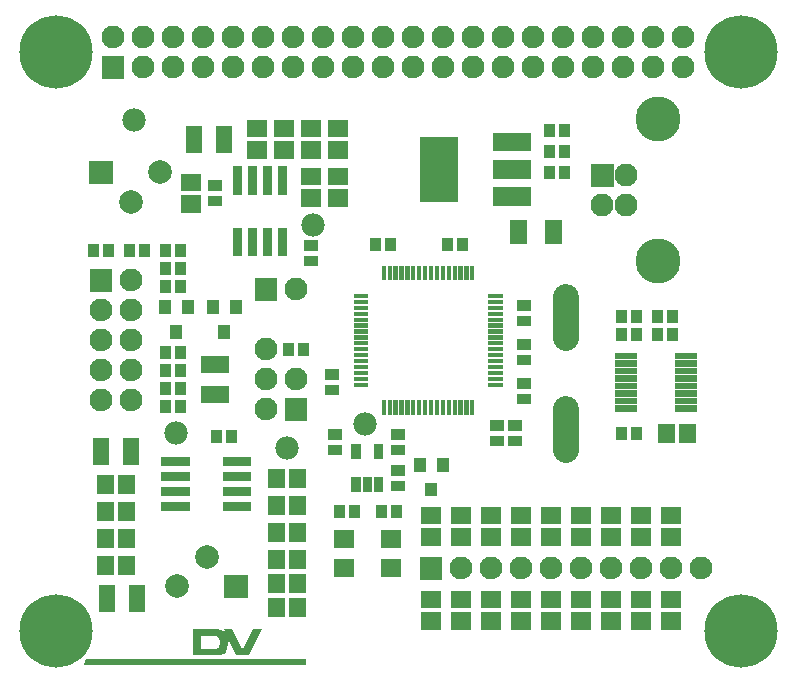
<source format=gbr>
G04 This is an RS-274x file exported by *
G04 gerbv version 2.6.1 *
G04 More information is available about gerbv at *
G04 http://gerbv.geda-project.org/ *
G04 --End of header info--*
%MOIN*%
%FSLAX34Y34*%
%IPPOS*%
G04 --Define apertures--*
%ADD10C,0.0001*%
%ADD11C,0.0700*%
%ADD12C,0.0709*%
%ADD13C,0.0689*%
%ADD14C,0.1417*%
%ADD15C,0.0433*%
%ADD16C,0.0354*%
%ADD17C,0.0591*%
%ADD18C,0.1083*%
%ADD19C,0.0197*%
%ADD20C,0.0118*%
%ADD21C,0.0315*%
%ADD22C,0.0394*%
%ADD23C,0.0906*%
%ADD24C,0.0760*%
%ADD25C,0.0787*%
%ADD26C,0.0768*%
%ADD27C,0.1496*%
%ADD28C,0.2441*%
%ADD29C,0.0780*%
%ADD30C,0.0867*%
G04 --Start main section--*
G54D10*
G36*
G01X0006763Y0001644D02*
G01X0006989Y0001644D01*
G01X0007019Y0001644D01*
G01X0007234Y0001576D01*
G01X0007247Y0001564D01*
G01X0007210Y0001639D01*
G01X0007505Y0001639D01*
G01X0007826Y0000981D01*
G01X0007876Y0000981D01*
G01X0008191Y0001635D01*
G01X0008485Y0001635D01*
G01X0008055Y0000768D01*
G01X0007641Y0000768D01*
G01X0007337Y0001382D01*
G01X0007339Y0001366D01*
G01X0007346Y0001187D01*
G01X0007346Y0001169D01*
G01X0007344Y0001131D01*
G01X0007335Y0001014D01*
G01X0007300Y0000890D01*
G01X0007213Y0000805D01*
G01X0007087Y0000768D01*
G01X0007044Y0000766D01*
G01X0006763Y0000765D01*
G01X0006763Y0000984D01*
G01X0006954Y0000985D01*
G01X0007015Y0001012D01*
G01X0007059Y0001042D01*
G01X0007079Y0001155D01*
G01X0007080Y0001188D01*
G01X0007080Y0001215D01*
G01X0007063Y0001350D01*
G01X0007007Y0001396D01*
G01X0006947Y0001419D01*
G01X0006763Y0001419D01*
G01X0006763Y0001644D01*
G37*
G36*
G01X0006180Y0001644D02*
G01X0006763Y0001644D01*
G01X0006763Y0001419D01*
G01X0006446Y0001419D01*
G01X0006446Y0000983D01*
G01X0006763Y0000984D01*
G01X0006763Y0000765D01*
G01X0006180Y0000763D01*
G01X0006180Y0001644D01*
G37*
G36*
G01X0002640Y0000653D02*
G01X0009958Y0000653D01*
G01X0009958Y0000439D01*
G01X0002550Y0000441D01*
G01X0002640Y0000653D01*
G37*
G01X0000000Y0000000D02*
G36*
G01X0013749Y0004043D02*
G01X0013749Y0003283D01*
G01X0014509Y0003283D01*
G01X0014509Y0004043D01*
G01X0013749Y0004043D01*
G37*
G54D24*
G01X0015129Y0003663D03*
G54D25*
G01X0006645Y0004047D03*
G54D10*
G36*
G01X0007235Y0003457D02*
G01X0007235Y0002669D01*
G01X0008023Y0002669D01*
G01X0008023Y0003457D01*
G01X0007235Y0003457D01*
G37*
G54D25*
G01X0005661Y0003063D03*
G54D24*
G01X0016129Y0003663D03*
G01X0017129Y0003663D03*
G01X0018129Y0003663D03*
G01X0019129Y0003663D03*
G01X0020129Y0003663D03*
G01X0021129Y0003663D03*
G01X0022129Y0003663D03*
G01X0023129Y0003663D03*
G54D10*
G36*
G01X0002749Y0013643D02*
G01X0002749Y0012883D01*
G01X0003509Y0012883D01*
G01X0003509Y0013643D01*
G01X0002749Y0013643D01*
G37*
G54D24*
G01X0004129Y0013263D03*
G01X0003129Y0012263D03*
G01X0004129Y0012263D03*
G01X0003129Y0011263D03*
G01X0003129Y0010263D03*
G01X0003129Y0009263D03*
G01X0004129Y0011263D03*
G01X0004129Y0010263D03*
G01X0004129Y0009263D03*
G54D25*
G01X0004113Y0015879D03*
G54D10*
G36*
G01X0002735Y0017257D02*
G01X0002735Y0016469D01*
G01X0003523Y0016469D01*
G01X0003523Y0017257D01*
G01X0002735Y0017257D01*
G37*
G54D25*
G01X0005098Y0016863D03*
G54D10*
G36*
G01X0009249Y0009343D02*
G01X0009249Y0008583D01*
G01X0010009Y0008583D01*
G01X0010009Y0009343D01*
G01X0009249Y0009343D01*
G37*
G54D24*
G01X0008629Y0008963D03*
G01X0009629Y0009963D03*
G01X0008629Y0009963D03*
G01X0008629Y0010963D03*
G54D10*
G36*
G01X0008249Y0013343D02*
G01X0008249Y0012583D01*
G01X0009009Y0012583D01*
G01X0009009Y0013343D01*
G01X0008249Y0013343D01*
G37*
G54D24*
G01X0009629Y0012963D03*
G54D10*
G36*
G01X0019445Y0017147D02*
G01X0019445Y0016379D01*
G01X0020213Y0016379D01*
G01X0020213Y0017147D01*
G01X0019445Y0017147D01*
G37*
G54D26*
G01X0019829Y0015779D03*
G01X0020617Y0015779D03*
G54D27*
G01X0021680Y0013909D03*
G54D26*
G01X0020617Y0016763D03*
G54D27*
G01X0021680Y0018633D03*
G54D10*
G36*
G01X0003149Y0020743D02*
G01X0003149Y0019983D01*
G01X0003909Y0019983D01*
G01X0003909Y0020743D01*
G01X0003149Y0020743D01*
G37*
G54D24*
G01X0003529Y0021363D03*
G01X0004529Y0020363D03*
G01X0004529Y0021363D03*
G01X0005529Y0020363D03*
G01X0005529Y0021363D03*
G01X0006529Y0020363D03*
G01X0006529Y0021363D03*
G01X0007529Y0020363D03*
G01X0007529Y0021363D03*
G01X0008529Y0020363D03*
G01X0009529Y0020363D03*
G01X0010529Y0020363D03*
G01X0008529Y0021363D03*
G01X0009529Y0021363D03*
G01X0010529Y0021363D03*
G01X0011529Y0021363D03*
G01X0012529Y0021363D03*
G01X0013529Y0021363D03*
G01X0011529Y0020363D03*
G01X0012529Y0020363D03*
G01X0013529Y0020363D03*
G01X0014529Y0020363D03*
G01X0014529Y0021363D03*
G01X0015529Y0020363D03*
G01X0016529Y0020363D03*
G01X0017529Y0020363D03*
G01X0015529Y0021363D03*
G01X0016529Y0021363D03*
G01X0017529Y0021363D03*
G01X0018529Y0021363D03*
G01X0019529Y0021363D03*
G01X0020529Y0021363D03*
G01X0018529Y0020363D03*
G01X0019529Y0020363D03*
G01X0020529Y0020363D03*
G01X0021529Y0020363D03*
G01X0021529Y0021363D03*
G01X0022529Y0021363D03*
G01X0022529Y0020363D03*
G54D28*
G01X0024446Y0001572D03*
G01X0024446Y0020863D03*
G01X0001612Y0001572D03*
G01X0001612Y0020863D03*
G54D10*
G36*
G01X0007663Y0008290D02*
G01X0007307Y0008290D01*
G01X0007307Y0007836D01*
G01X0007663Y0007836D01*
G01X0007663Y0008290D01*
G37*
G54D29*
G01X0009329Y0007663D03*
G54D10*
G36*
G01X0007151Y0008290D02*
G01X0006796Y0008290D01*
G01X0006796Y0007836D01*
G01X0007151Y0007836D01*
G01X0007151Y0008290D01*
G37*
G54D29*
G01X0005629Y0008163D03*
G54D10*
G36*
G01X0005129Y0007363D02*
G01X0005129Y0007063D01*
G01X0006079Y0007063D01*
G01X0006079Y0007363D01*
G01X0005129Y0007363D01*
G37*
G36*
G01X0003404Y0008018D02*
G01X0002854Y0008018D01*
G01X0002854Y0007108D01*
G01X0003404Y0007108D01*
G01X0003404Y0008018D01*
G37*
G36*
G01X0004404Y0008018D02*
G01X0003854Y0008018D01*
G01X0003854Y0007108D01*
G01X0004404Y0007108D01*
G01X0004404Y0008018D01*
G37*
G36*
G01X0005129Y0006863D02*
G01X0005129Y0006563D01*
G01X0006079Y0006563D01*
G01X0006079Y0006863D01*
G01X0005129Y0006863D01*
G37*
G36*
G01X0005129Y0006363D02*
G01X0005129Y0006063D01*
G01X0006079Y0006063D01*
G01X0006079Y0006363D01*
G01X0005129Y0006363D01*
G37*
G36*
G01X0005129Y0005863D02*
G01X0005129Y0005563D01*
G01X0006079Y0005563D01*
G01X0006079Y0005863D01*
G01X0005129Y0005863D01*
G37*
G36*
G01X0007179Y0005863D02*
G01X0007179Y0005563D01*
G01X0008129Y0005563D01*
G01X0008129Y0005863D01*
G01X0007179Y0005863D01*
G37*
G36*
G01X0007179Y0006363D02*
G01X0007179Y0006063D01*
G01X0008129Y0006063D01*
G01X0008129Y0006363D01*
G01X0007179Y0006363D01*
G37*
G36*
G01X0007179Y0006863D02*
G01X0007179Y0006563D01*
G01X0008129Y0006563D01*
G01X0008129Y0006863D01*
G01X0007179Y0006863D01*
G37*
G36*
G01X0007179Y0007363D02*
G01X0007179Y0007063D01*
G01X0008129Y0007063D01*
G01X0008129Y0007363D01*
G01X0007179Y0007363D01*
G37*
G36*
G01X0003561Y0005888D02*
G01X0002989Y0005888D01*
G01X0002989Y0005238D01*
G01X0003561Y0005238D01*
G01X0003561Y0005888D01*
G37*
G36*
G01X0004269Y0005888D02*
G01X0003698Y0005888D01*
G01X0003698Y0005238D01*
G01X0004269Y0005238D01*
G01X0004269Y0005888D01*
G37*
G36*
G01X0004269Y0004988D02*
G01X0003698Y0004988D01*
G01X0003698Y0004338D01*
G01X0004269Y0004338D01*
G01X0004269Y0004988D01*
G37*
G36*
G01X0003561Y0004988D02*
G01X0002989Y0004988D01*
G01X0002989Y0004338D01*
G01X0003561Y0004338D01*
G01X0003561Y0004988D01*
G37*
G36*
G01X0004269Y0006788D02*
G01X0003698Y0006788D01*
G01X0003698Y0006138D01*
G01X0004269Y0006138D01*
G01X0004269Y0006788D01*
G37*
G36*
G01X0003561Y0006788D02*
G01X0002989Y0006788D01*
G01X0002989Y0006138D01*
G01X0003561Y0006138D01*
G01X0003561Y0006788D01*
G37*
G36*
G01X0004269Y0004088D02*
G01X0003698Y0004088D01*
G01X0003698Y0003438D01*
G01X0004269Y0003438D01*
G01X0004269Y0004088D01*
G37*
G36*
G01X0004604Y0003118D02*
G01X0004054Y0003118D01*
G01X0004054Y0002208D01*
G01X0004604Y0002208D01*
G01X0004604Y0003118D01*
G37*
G36*
G01X0003561Y0004088D02*
G01X0002989Y0004088D01*
G01X0002989Y0003438D01*
G01X0003561Y0003438D01*
G01X0003561Y0004088D01*
G37*
G36*
G01X0003604Y0003118D02*
G01X0003054Y0003118D01*
G01X0003054Y0002208D01*
G01X0003604Y0002208D01*
G01X0003604Y0003118D01*
G37*
G36*
G01X0010063Y0011190D02*
G01X0009707Y0011190D01*
G01X0009707Y0010736D01*
G01X0010063Y0010736D01*
G01X0010063Y0011190D01*
G37*
G36*
G01X0009551Y0011190D02*
G01X0009196Y0011190D01*
G01X0009196Y0010736D01*
G01X0009551Y0010736D01*
G01X0009551Y0011190D01*
G37*
G36*
G01X0011546Y0011038D02*
G01X0011546Y0010898D01*
G01X0012026Y0010898D01*
G01X0012026Y0011038D01*
G01X0011546Y0011038D01*
G37*
G36*
G01X0011546Y0010841D02*
G01X0011546Y0010701D01*
G01X0012026Y0010701D01*
G01X0012026Y0010841D01*
G01X0011546Y0010841D01*
G37*
G36*
G01X0011546Y0010644D02*
G01X0011546Y0010504D01*
G01X0012026Y0010504D01*
G01X0012026Y0010644D01*
G01X0011546Y0010644D01*
G37*
G36*
G01X0011546Y0010447D02*
G01X0011546Y0010307D01*
G01X0012026Y0010307D01*
G01X0012026Y0010447D01*
G01X0011546Y0010447D01*
G37*
G36*
G01X0011546Y0010250D02*
G01X0011546Y0010110D01*
G01X0012026Y0010110D01*
G01X0012026Y0010250D01*
G01X0011546Y0010250D01*
G37*
G36*
G01X0011546Y0010054D02*
G01X0011546Y0009913D01*
G01X0012026Y0009913D01*
G01X0012026Y0010054D01*
G01X0011546Y0010054D01*
G37*
G36*
G01X0011546Y0009857D02*
G01X0011546Y0009717D01*
G01X0012026Y0009717D01*
G01X0012026Y0009857D01*
G01X0011546Y0009857D01*
G37*
G36*
G01X0010602Y0010296D02*
G01X0010602Y0009941D01*
G01X0011056Y0009941D01*
G01X0011056Y0010296D01*
G01X0010602Y0010296D01*
G37*
G36*
G01X0010602Y0009785D02*
G01X0010602Y0009430D01*
G01X0011056Y0009430D01*
G01X0011056Y0009785D01*
G01X0010602Y0009785D01*
G37*
G54D29*
G01X0011929Y0008463D03*
G54D10*
G36*
G01X0011787Y0007821D02*
G01X0011472Y0007821D01*
G01X0011472Y0007309D01*
G01X0011787Y0007309D01*
G01X0011787Y0007821D01*
G37*
G36*
G01X0012535Y0007821D02*
G01X0012220Y0007821D01*
G01X0012220Y0007309D01*
G01X0012535Y0007309D01*
G01X0012535Y0007821D01*
G37*
G36*
G01X0010702Y0007785D02*
G01X0010702Y0007430D01*
G01X0011156Y0007430D01*
G01X0011156Y0007785D01*
G01X0010702Y0007785D01*
G37*
G36*
G01X0010702Y0008296D02*
G01X0010702Y0007941D01*
G01X0011156Y0007941D01*
G01X0011156Y0008296D01*
G01X0010702Y0008296D01*
G37*
G36*
G01X0012623Y0009259D02*
G01X0012483Y0009259D01*
G01X0012483Y0008780D01*
G01X0012623Y0008780D01*
G01X0012623Y0009259D01*
G37*
G36*
G01X0012820Y0009259D02*
G01X0012680Y0009259D01*
G01X0012680Y0008780D01*
G01X0012820Y0008780D01*
G01X0012820Y0009259D01*
G37*
G36*
G01X0011787Y0006719D02*
G01X0011472Y0006719D01*
G01X0011472Y0006207D01*
G01X0011787Y0006207D01*
G01X0011787Y0006719D01*
G37*
G36*
G01X0012161Y0006719D02*
G01X0011846Y0006719D01*
G01X0011846Y0006207D01*
G01X0012161Y0006207D01*
G01X0012161Y0006719D01*
G37*
G36*
G01X0012535Y0006719D02*
G01X0012220Y0006719D01*
G01X0012220Y0006207D01*
G01X0012535Y0006207D01*
G01X0012535Y0006719D01*
G37*
G36*
G01X0009969Y0006988D02*
G01X0009398Y0006988D01*
G01X0009398Y0006338D01*
G01X0009969Y0006338D01*
G01X0009969Y0006988D01*
G37*
G36*
G01X0009969Y0006088D02*
G01X0009398Y0006088D01*
G01X0009398Y0005438D01*
G01X0009969Y0005438D01*
G01X0009969Y0006088D01*
G37*
G36*
G01X0009969Y0004288D02*
G01X0009398Y0004288D01*
G01X0009398Y0003638D01*
G01X0009969Y0003638D01*
G01X0009969Y0004288D01*
G37*
G36*
G01X0009969Y0002688D02*
G01X0009398Y0002688D01*
G01X0009398Y0002038D01*
G01X0009969Y0002038D01*
G01X0009969Y0002688D01*
G37*
G36*
G01X0009969Y0003488D02*
G01X0009398Y0003488D01*
G01X0009398Y0002838D01*
G01X0009969Y0002838D01*
G01X0009969Y0003488D01*
G37*
G36*
G01X0009969Y0005188D02*
G01X0009398Y0005188D01*
G01X0009398Y0004538D01*
G01X0009969Y0004538D01*
G01X0009969Y0005188D01*
G37*
G36*
G01X0009261Y0006988D02*
G01X0008689Y0006988D01*
G01X0008689Y0006338D01*
G01X0009261Y0006338D01*
G01X0009261Y0006988D01*
G37*
G36*
G01X0009261Y0006088D02*
G01X0008689Y0006088D01*
G01X0008689Y0005438D01*
G01X0009261Y0005438D01*
G01X0009261Y0006088D01*
G37*
G36*
G01X0009261Y0004288D02*
G01X0008689Y0004288D01*
G01X0008689Y0003638D01*
G01X0009261Y0003638D01*
G01X0009261Y0004288D01*
G37*
G36*
G01X0009261Y0002688D02*
G01X0008689Y0002688D01*
G01X0008689Y0002038D01*
G01X0009261Y0002038D01*
G01X0009261Y0002688D01*
G37*
G36*
G01X0009261Y0003488D02*
G01X0008689Y0003488D01*
G01X0008689Y0002838D01*
G01X0009261Y0002838D01*
G01X0009261Y0003488D01*
G37*
G36*
G01X0009261Y0005188D02*
G01X0008689Y0005188D01*
G01X0008689Y0004538D01*
G01X0009261Y0004538D01*
G01X0009261Y0005188D01*
G37*
G36*
G01X0006474Y0009738D02*
G01X0006474Y0009188D01*
G01X0007384Y0009188D01*
G01X0007384Y0009738D01*
G01X0006474Y0009738D01*
G37*
G36*
G01X0006474Y0010738D02*
G01X0006474Y0010188D01*
G01X0007384Y0010188D01*
G01X0007384Y0010738D01*
G01X0006474Y0010738D01*
G37*
G36*
G01X0007439Y0011773D02*
G01X0007039Y0011773D01*
G01X0007039Y0011313D01*
G01X0007439Y0011313D01*
G01X0007439Y0011773D01*
G37*
G36*
G01X0005963Y0009290D02*
G01X0005607Y0009290D01*
G01X0005607Y0008836D01*
G01X0005963Y0008836D01*
G01X0005963Y0009290D01*
G37*
G36*
G01X0005451Y0009290D02*
G01X0005096Y0009290D01*
G01X0005096Y0008836D01*
G01X0005451Y0008836D01*
G01X0005451Y0009290D01*
G37*
G36*
G01X0005451Y0009890D02*
G01X0005096Y0009890D01*
G01X0005096Y0009436D01*
G01X0005451Y0009436D01*
G01X0005451Y0009890D01*
G37*
G36*
G01X0005963Y0009890D02*
G01X0005607Y0009890D01*
G01X0005607Y0009436D01*
G01X0005963Y0009436D01*
G01X0005963Y0009890D01*
G37*
G36*
G01X0005451Y0011090D02*
G01X0005096Y0011090D01*
G01X0005096Y0010636D01*
G01X0005451Y0010636D01*
G01X0005451Y0011090D01*
G37*
G36*
G01X0005963Y0010490D02*
G01X0005607Y0010490D01*
G01X0005607Y0010036D01*
G01X0005963Y0010036D01*
G01X0005963Y0010490D01*
G37*
G36*
G01X0005451Y0010490D02*
G01X0005096Y0010490D01*
G01X0005096Y0010036D01*
G01X0005451Y0010036D01*
G01X0005451Y0010490D01*
G37*
G36*
G01X0005963Y0011090D02*
G01X0005607Y0011090D01*
G01X0005607Y0010636D01*
G01X0005963Y0010636D01*
G01X0005963Y0011090D01*
G37*
G36*
G01X0005839Y0011773D02*
G01X0005439Y0011773D01*
G01X0005439Y0011313D01*
G01X0005839Y0011313D01*
G01X0005839Y0011773D01*
G37*
G36*
G01X0008904Y0018603D02*
G01X0008904Y0018031D01*
G01X0009554Y0018031D01*
G01X0009554Y0018603D01*
G01X0008904Y0018603D01*
G37*
G36*
G01X0008904Y0017894D02*
G01X0008904Y0017323D01*
G01X0009554Y0017323D01*
G01X0009554Y0017894D01*
G01X0008904Y0017894D01*
G37*
G36*
G01X0008004Y0018603D02*
G01X0008004Y0018031D01*
G01X0008654Y0018031D01*
G01X0008654Y0018603D01*
G01X0008004Y0018603D01*
G37*
G36*
G01X0008004Y0017894D02*
G01X0008004Y0017323D01*
G01X0008654Y0017323D01*
G01X0008654Y0017894D01*
G01X0008004Y0017894D01*
G37*
G36*
G01X0009804Y0016294D02*
G01X0009804Y0015723D01*
G01X0010454Y0015723D01*
G01X0010454Y0016294D01*
G01X0009804Y0016294D01*
G37*
G36*
G01X0009804Y0017003D02*
G01X0009804Y0016431D01*
G01X0010454Y0016431D01*
G01X0010454Y0017003D01*
G01X0009804Y0017003D01*
G37*
G36*
G01X0009804Y0018603D02*
G01X0009804Y0018031D01*
G01X0010454Y0018031D01*
G01X0010454Y0018603D01*
G01X0009804Y0018603D01*
G37*
G36*
G01X0009804Y0017894D02*
G01X0009804Y0017323D01*
G01X0010454Y0017323D01*
G01X0010454Y0017894D01*
G01X0009804Y0017894D01*
G37*
G36*
G01X0010704Y0018603D02*
G01X0010704Y0018031D01*
G01X0011354Y0018031D01*
G01X0011354Y0018603D01*
G01X0010704Y0018603D01*
G37*
G36*
G01X0010704Y0017894D02*
G01X0010704Y0017323D01*
G01X0011354Y0017323D01*
G01X0011354Y0017894D01*
G01X0010704Y0017894D01*
G37*
G36*
G01X0009329Y0017063D02*
G01X0009029Y0017063D01*
G01X0009029Y0016113D01*
G01X0009329Y0016113D01*
G01X0009329Y0017063D01*
G37*
G36*
G01X0008829Y0017063D02*
G01X0008529Y0017063D01*
G01X0008529Y0016113D01*
G01X0008829Y0016113D01*
G01X0008829Y0017063D01*
G37*
G36*
G01X0008329Y0017063D02*
G01X0008029Y0017063D01*
G01X0008029Y0016113D01*
G01X0008329Y0016113D01*
G01X0008329Y0017063D01*
G37*
G36*
G01X0007504Y0018418D02*
G01X0006954Y0018418D01*
G01X0006954Y0017508D01*
G01X0007504Y0017508D01*
G01X0007504Y0018418D01*
G37*
G36*
G01X0006504Y0018418D02*
G01X0005954Y0018418D01*
G01X0005954Y0017508D01*
G01X0006504Y0017508D01*
G01X0006504Y0018418D01*
G37*
G54D29*
G01X0004229Y0018613D03*
G54D10*
G36*
G01X0006702Y0016085D02*
G01X0006702Y0015730D01*
G01X0007156Y0015730D01*
G01X0007156Y0016085D01*
G01X0006702Y0016085D01*
G37*
G36*
G01X0006702Y0016596D02*
G01X0006702Y0016241D01*
G01X0007156Y0016241D01*
G01X0007156Y0016596D01*
G01X0006702Y0016596D01*
G37*
G36*
G01X0005804Y0016803D02*
G01X0005804Y0016231D01*
G01X0006454Y0016231D01*
G01X0006454Y0016803D01*
G01X0005804Y0016803D01*
G37*
G36*
G01X0005804Y0016094D02*
G01X0005804Y0015523D01*
G01X0006454Y0015523D01*
G01X0006454Y0016094D01*
G01X0005804Y0016094D01*
G37*
G36*
G01X0007829Y0015013D02*
G01X0007529Y0015013D01*
G01X0007529Y0014063D01*
G01X0007829Y0014063D01*
G01X0007829Y0015013D01*
G37*
G36*
G01X0007829Y0017063D02*
G01X0007529Y0017063D01*
G01X0007529Y0016113D01*
G01X0007829Y0016113D01*
G01X0007829Y0017063D01*
G37*
G36*
G01X0008329Y0015013D02*
G01X0008029Y0015013D01*
G01X0008029Y0014063D01*
G01X0008329Y0014063D01*
G01X0008329Y0015013D01*
G37*
G36*
G01X0008829Y0015013D02*
G01X0008529Y0015013D01*
G01X0008529Y0014063D01*
G01X0008829Y0014063D01*
G01X0008829Y0015013D01*
G37*
G36*
G01X0009329Y0015013D02*
G01X0009029Y0015013D01*
G01X0009029Y0014063D01*
G01X0009329Y0014063D01*
G01X0009329Y0015013D01*
G37*
G36*
G01X0010704Y0016294D02*
G01X0010704Y0015723D01*
G01X0011354Y0015723D01*
G01X0011354Y0016294D01*
G01X0010704Y0016294D01*
G37*
G36*
G01X0010704Y0017003D02*
G01X0010704Y0016431D01*
G01X0011354Y0016431D01*
G01X0011354Y0017003D01*
G01X0010704Y0017003D01*
G37*
G54D29*
G01X0010179Y0015113D03*
G54D10*
G36*
G01X0009902Y0014596D02*
G01X0009902Y0014241D01*
G01X0010356Y0014241D01*
G01X0010356Y0014596D01*
G01X0009902Y0014596D01*
G37*
G36*
G01X0009902Y0014085D02*
G01X0009902Y0013730D01*
G01X0010356Y0013730D01*
G01X0010356Y0014085D01*
G01X0009902Y0014085D01*
G37*
G36*
G01X0005451Y0013890D02*
G01X0005096Y0013890D01*
G01X0005096Y0013436D01*
G01X0005451Y0013436D01*
G01X0005451Y0013890D01*
G37*
G36*
G01X0003051Y0014490D02*
G01X0002696Y0014490D01*
G01X0002696Y0014036D01*
G01X0003051Y0014036D01*
G01X0003051Y0014490D01*
G37*
G36*
G01X0003563Y0014490D02*
G01X0003207Y0014490D01*
G01X0003207Y0014036D01*
G01X0003563Y0014036D01*
G01X0003563Y0014490D01*
G37*
G36*
G01X0005963Y0013890D02*
G01X0005607Y0013890D01*
G01X0005607Y0013436D01*
G01X0005963Y0013436D01*
G01X0005963Y0013890D01*
G37*
G36*
G01X0005963Y0013290D02*
G01X0005607Y0013290D01*
G01X0005607Y0012836D01*
G01X0005963Y0012836D01*
G01X0005963Y0013290D01*
G37*
G36*
G01X0005449Y0012593D02*
G01X0005049Y0012593D01*
G01X0005049Y0012133D01*
G01X0005449Y0012133D01*
G01X0005449Y0012593D01*
G37*
G36*
G01X0007829Y0012593D02*
G01X0007429Y0012593D01*
G01X0007429Y0012133D01*
G01X0007829Y0012133D01*
G01X0007829Y0012593D01*
G37*
G36*
G01X0007049Y0012593D02*
G01X0006649Y0012593D01*
G01X0006649Y0012133D01*
G01X0007049Y0012133D01*
G01X0007049Y0012593D01*
G37*
G36*
G01X0006229Y0012593D02*
G01X0005829Y0012593D01*
G01X0005829Y0012133D01*
G01X0006229Y0012133D01*
G01X0006229Y0012593D01*
G37*
G36*
G01X0005451Y0013290D02*
G01X0005096Y0013290D01*
G01X0005096Y0012836D01*
G01X0005451Y0012836D01*
G01X0005451Y0013290D01*
G37*
G36*
G01X0005963Y0014490D02*
G01X0005607Y0014490D01*
G01X0005607Y0014036D01*
G01X0005963Y0014036D01*
G01X0005963Y0014490D01*
G37*
G36*
G01X0005451Y0014490D02*
G01X0005096Y0014490D01*
G01X0005096Y0014036D01*
G01X0005451Y0014036D01*
G01X0005451Y0014490D01*
G37*
G36*
G01X0004763Y0014490D02*
G01X0004407Y0014490D01*
G01X0004407Y0014036D01*
G01X0004763Y0014036D01*
G01X0004763Y0014490D01*
G37*
G36*
G01X0004251Y0014490D02*
G01X0003896Y0014490D01*
G01X0003896Y0014036D01*
G01X0004251Y0014036D01*
G01X0004251Y0014490D01*
G37*
G36*
G01X0017804Y0002194D02*
G01X0017804Y0001623D01*
G01X0018454Y0001623D01*
G01X0018454Y0002194D01*
G01X0017804Y0002194D01*
G37*
G36*
G01X0018804Y0002194D02*
G01X0018804Y0001623D01*
G01X0019454Y0001623D01*
G01X0019454Y0002194D01*
G01X0018804Y0002194D01*
G37*
G36*
G01X0019804Y0002194D02*
G01X0019804Y0001623D01*
G01X0020454Y0001623D01*
G01X0020454Y0002194D01*
G01X0019804Y0002194D01*
G37*
G36*
G01X0020804Y0002194D02*
G01X0020804Y0001623D01*
G01X0021454Y0001623D01*
G01X0021454Y0002194D01*
G01X0020804Y0002194D01*
G37*
G36*
G01X0016804Y0002194D02*
G01X0016804Y0001623D01*
G01X0017454Y0001623D01*
G01X0017454Y0002194D01*
G01X0016804Y0002194D01*
G37*
G36*
G01X0021804Y0002194D02*
G01X0021804Y0001623D01*
G01X0022454Y0001623D01*
G01X0022454Y0002194D01*
G01X0021804Y0002194D01*
G37*
G36*
G01X0017804Y0002903D02*
G01X0017804Y0002331D01*
G01X0018454Y0002331D01*
G01X0018454Y0002903D01*
G01X0017804Y0002903D01*
G37*
G36*
G01X0018804Y0002903D02*
G01X0018804Y0002331D01*
G01X0019454Y0002331D01*
G01X0019454Y0002903D01*
G01X0018804Y0002903D01*
G37*
G36*
G01X0019804Y0002903D02*
G01X0019804Y0002331D01*
G01X0020454Y0002331D01*
G01X0020454Y0002903D01*
G01X0019804Y0002903D01*
G37*
G36*
G01X0020804Y0002903D02*
G01X0020804Y0002331D01*
G01X0021454Y0002331D01*
G01X0021454Y0002903D01*
G01X0020804Y0002903D01*
G37*
G36*
G01X0016804Y0002903D02*
G01X0016804Y0002331D01*
G01X0017454Y0002331D01*
G01X0017454Y0002903D01*
G01X0016804Y0002903D01*
G37*
G36*
G01X0021804Y0002903D02*
G01X0021804Y0002331D01*
G01X0022454Y0002331D01*
G01X0022454Y0002903D01*
G01X0021804Y0002903D01*
G37*
G36*
G01X0021804Y0004994D02*
G01X0021804Y0004423D01*
G01X0022454Y0004423D01*
G01X0022454Y0004994D01*
G01X0021804Y0004994D01*
G37*
G36*
G01X0020804Y0004994D02*
G01X0020804Y0004423D01*
G01X0021454Y0004423D01*
G01X0021454Y0004994D01*
G01X0020804Y0004994D01*
G37*
G36*
G01X0021804Y0005703D02*
G01X0021804Y0005131D01*
G01X0022454Y0005131D01*
G01X0022454Y0005703D01*
G01X0021804Y0005703D01*
G37*
G36*
G01X0020804Y0005703D02*
G01X0020804Y0005131D01*
G01X0021454Y0005131D01*
G01X0021454Y0005703D01*
G01X0020804Y0005703D01*
G37*
G36*
G01X0017804Y0004994D02*
G01X0017804Y0004423D01*
G01X0018454Y0004423D01*
G01X0018454Y0004994D01*
G01X0017804Y0004994D01*
G37*
G36*
G01X0018804Y0004994D02*
G01X0018804Y0004423D01*
G01X0019454Y0004423D01*
G01X0019454Y0004994D01*
G01X0018804Y0004994D01*
G37*
G36*
G01X0019804Y0004994D02*
G01X0019804Y0004423D01*
G01X0020454Y0004423D01*
G01X0020454Y0004994D01*
G01X0019804Y0004994D01*
G37*
G36*
G01X0016804Y0004994D02*
G01X0016804Y0004423D01*
G01X0017454Y0004423D01*
G01X0017454Y0004994D01*
G01X0016804Y0004994D01*
G37*
G36*
G01X0017804Y0005703D02*
G01X0017804Y0005131D01*
G01X0018454Y0005131D01*
G01X0018454Y0005703D01*
G01X0017804Y0005703D01*
G37*
G36*
G01X0018804Y0005703D02*
G01X0018804Y0005131D01*
G01X0019454Y0005131D01*
G01X0019454Y0005703D01*
G01X0018804Y0005703D01*
G37*
G36*
G01X0019804Y0005703D02*
G01X0019804Y0005131D01*
G01X0020454Y0005131D01*
G01X0020454Y0005703D01*
G01X0019804Y0005703D01*
G37*
G36*
G01X0016804Y0005703D02*
G01X0016804Y0005131D01*
G01X0017454Y0005131D01*
G01X0017454Y0005703D01*
G01X0016804Y0005703D01*
G37*
G36*
G01X0020651Y0008390D02*
G01X0020296Y0008390D01*
G01X0020296Y0007936D01*
G01X0020651Y0007936D01*
G01X0020651Y0008390D01*
G37*
G36*
G01X0021163Y0008390D02*
G01X0020807Y0008390D01*
G01X0020807Y0007936D01*
G01X0021163Y0007936D01*
G01X0021163Y0008390D01*
G37*
G36*
G01X0022969Y0008488D02*
G01X0022398Y0008488D01*
G01X0022398Y0007838D01*
G01X0022969Y0007838D01*
G01X0022969Y0008488D01*
G37*
G36*
G01X0022261Y0008488D02*
G01X0021689Y0008488D01*
G01X0021689Y0007838D01*
G01X0022261Y0007838D01*
G01X0022261Y0008488D01*
G37*
G36*
G01X0022259Y0009098D02*
G01X0022259Y0008878D01*
G01X0022999Y0008878D01*
G01X0022999Y0009098D01*
G01X0022259Y0009098D01*
G37*
G36*
G01X0016702Y0008085D02*
G01X0016702Y0007730D01*
G01X0017156Y0007730D01*
G01X0017156Y0008085D01*
G01X0016702Y0008085D01*
G37*
G36*
G01X0016702Y0008596D02*
G01X0016702Y0008241D01*
G01X0017156Y0008241D01*
G01X0017156Y0008596D01*
G01X0016702Y0008596D01*
G37*
G36*
G01X0017002Y0009996D02*
G01X0017002Y0009641D01*
G01X0017456Y0009641D01*
G01X0017456Y0009996D01*
G01X0017002Y0009996D01*
G37*
G36*
G01X0017002Y0010785D02*
G01X0017002Y0010430D01*
G01X0017456Y0010430D01*
G01X0017456Y0010785D01*
G01X0017002Y0010785D01*
G37*
G36*
G01X0017002Y0009485D02*
G01X0017002Y0009130D01*
G01X0017456Y0009130D01*
G01X0017456Y0009485D01*
G01X0017002Y0009485D01*
G37*
G54D30*
G01X0018629Y0008982D02*
G01X0018629Y0007604D01*
G54D10*
G36*
G01X0022259Y0009348D02*
G01X0022259Y0009128D01*
G01X0022999Y0009128D01*
G01X0022999Y0009348D01*
G01X0022259Y0009348D01*
G37*
G36*
G01X0022259Y0009598D02*
G01X0022259Y0009378D01*
G01X0022999Y0009378D01*
G01X0022999Y0009598D01*
G01X0022259Y0009598D01*
G37*
G36*
G01X0022259Y0009848D02*
G01X0022259Y0009628D01*
G01X0022999Y0009628D01*
G01X0022999Y0009848D01*
G01X0022259Y0009848D01*
G37*
G36*
G01X0022259Y0010098D02*
G01X0022259Y0009878D01*
G01X0022999Y0009878D01*
G01X0022999Y0010098D01*
G01X0022259Y0010098D01*
G37*
G36*
G01X0022259Y0010348D02*
G01X0022259Y0010128D01*
G01X0022999Y0010128D01*
G01X0022999Y0010348D01*
G01X0022259Y0010348D01*
G37*
G36*
G01X0022259Y0010598D02*
G01X0022259Y0010378D01*
G01X0022999Y0010378D01*
G01X0022999Y0010598D01*
G01X0022259Y0010598D01*
G37*
G36*
G01X0022259Y0010848D02*
G01X0022259Y0010628D01*
G01X0022999Y0010628D01*
G01X0022999Y0010848D01*
G01X0022259Y0010848D01*
G37*
G36*
G01X0020259Y0010848D02*
G01X0020259Y0010628D01*
G01X0020999Y0010628D01*
G01X0020999Y0010848D01*
G01X0020259Y0010848D01*
G37*
G36*
G01X0020259Y0010598D02*
G01X0020259Y0010378D01*
G01X0020999Y0010378D01*
G01X0020999Y0010598D01*
G01X0020259Y0010598D01*
G37*
G36*
G01X0020259Y0010348D02*
G01X0020259Y0010128D01*
G01X0020999Y0010128D01*
G01X0020999Y0010348D01*
G01X0020259Y0010348D01*
G37*
G36*
G01X0020259Y0010098D02*
G01X0020259Y0009878D01*
G01X0020999Y0009878D01*
G01X0020999Y0010098D01*
G01X0020259Y0010098D01*
G37*
G36*
G01X0021163Y0011690D02*
G01X0020807Y0011690D01*
G01X0020807Y0011236D01*
G01X0021163Y0011236D01*
G01X0021163Y0011690D01*
G37*
G36*
G01X0020651Y0011690D02*
G01X0020296Y0011690D01*
G01X0020296Y0011236D01*
G01X0020651Y0011236D01*
G01X0020651Y0011690D01*
G37*
G36*
G01X0020259Y0009848D02*
G01X0020259Y0009628D01*
G01X0020999Y0009628D01*
G01X0020999Y0009848D01*
G01X0020259Y0009848D01*
G37*
G36*
G01X0020259Y0009598D02*
G01X0020259Y0009378D01*
G01X0020999Y0009378D01*
G01X0020999Y0009598D01*
G01X0020259Y0009598D01*
G37*
G36*
G01X0020259Y0009348D02*
G01X0020259Y0009128D01*
G01X0020999Y0009128D01*
G01X0020999Y0009348D01*
G01X0020259Y0009348D01*
G37*
G36*
G01X0020259Y0009098D02*
G01X0020259Y0008878D01*
G01X0020999Y0008878D01*
G01X0020999Y0009098D01*
G01X0020259Y0009098D01*
G37*
G36*
G01X0020651Y0012290D02*
G01X0020296Y0012290D01*
G01X0020296Y0011836D01*
G01X0020651Y0011836D01*
G01X0020651Y0012290D01*
G37*
G36*
G01X0021163Y0012290D02*
G01X0020807Y0012290D01*
G01X0020807Y0011836D01*
G01X0021163Y0011836D01*
G01X0021163Y0012290D01*
G37*
G36*
G01X0022363Y0012290D02*
G01X0022007Y0012290D01*
G01X0022007Y0011836D01*
G01X0022363Y0011836D01*
G01X0022363Y0012290D01*
G37*
G36*
G01X0021851Y0012290D02*
G01X0021496Y0012290D01*
G01X0021496Y0011836D01*
G01X0021851Y0011836D01*
G01X0021851Y0012290D01*
G37*
G36*
G01X0021851Y0011690D02*
G01X0021496Y0011690D01*
G01X0021496Y0011236D01*
G01X0021851Y0011236D01*
G01X0021851Y0011690D01*
G37*
G36*
G01X0022363Y0011690D02*
G01X0022007Y0011690D01*
G01X0022007Y0011236D01*
G01X0022363Y0011236D01*
G01X0022363Y0011690D01*
G37*
G36*
G01X0016189Y0016373D02*
G01X0016189Y0015753D01*
G01X0017469Y0015753D01*
G01X0017469Y0016373D01*
G01X0016189Y0016373D01*
G37*
G36*
G01X0018506Y0015267D02*
G01X0017934Y0015267D01*
G01X0017934Y0014459D01*
G01X0018506Y0014459D01*
G01X0018506Y0015267D01*
G37*
G36*
G01X0017324Y0015267D02*
G01X0016753Y0015267D01*
G01X0016753Y0014459D01*
G01X0017324Y0014459D01*
G01X0017324Y0015267D01*
G37*
G36*
G01X0018763Y0017790D02*
G01X0018407Y0017790D01*
G01X0018407Y0017336D01*
G01X0018763Y0017336D01*
G01X0018763Y0017790D01*
G37*
G36*
G01X0018763Y0017090D02*
G01X0018407Y0017090D01*
G01X0018407Y0016636D01*
G01X0018763Y0016636D01*
G01X0018763Y0017090D01*
G37*
G36*
G01X0016033Y0011235D02*
G01X0016033Y0011094D01*
G01X0016513Y0011094D01*
G01X0016513Y0011235D01*
G01X0016033Y0011235D01*
G37*
G36*
G01X0016033Y0011431D02*
G01X0016033Y0011291D01*
G01X0016513Y0011291D01*
G01X0016513Y0011431D01*
G01X0016033Y0011431D01*
G37*
G36*
G01X0016033Y0011628D02*
G01X0016033Y0011488D01*
G01X0016513Y0011488D01*
G01X0016513Y0011628D01*
G01X0016033Y0011628D01*
G37*
G36*
G01X0016033Y0011825D02*
G01X0016033Y0011685D01*
G01X0016513Y0011685D01*
G01X0016513Y0011825D01*
G01X0016033Y0011825D01*
G37*
G36*
G01X0016033Y0012022D02*
G01X0016033Y0011882D01*
G01X0016513Y0011882D01*
G01X0016513Y0012022D01*
G01X0016033Y0012022D01*
G37*
G36*
G01X0017002Y0011296D02*
G01X0017002Y0010941D01*
G01X0017456Y0010941D01*
G01X0017456Y0011296D01*
G01X0017002Y0011296D01*
G37*
G54D30*
G01X0018629Y0012722D02*
G01X0018629Y0011344D01*
G54D10*
G36*
G01X0017002Y0012085D02*
G01X0017002Y0011730D01*
G01X0017456Y0011730D01*
G01X0017456Y0012085D01*
G01X0017002Y0012085D01*
G37*
G36*
G01X0017002Y0012596D02*
G01X0017002Y0012241D01*
G01X0017456Y0012241D01*
G01X0017456Y0012596D01*
G01X0017002Y0012596D01*
G37*
G36*
G01X0016033Y0012219D02*
G01X0016033Y0012079D01*
G01X0016513Y0012079D01*
G01X0016513Y0012219D01*
G01X0016033Y0012219D01*
G37*
G36*
G01X0016033Y0012416D02*
G01X0016033Y0012276D01*
G01X0016513Y0012276D01*
G01X0016513Y0012416D01*
G01X0016033Y0012416D01*
G37*
G36*
G01X0016033Y0012613D02*
G01X0016033Y0012472D01*
G01X0016513Y0012472D01*
G01X0016513Y0012613D01*
G01X0016033Y0012613D01*
G37*
G36*
G01X0016033Y0012809D02*
G01X0016033Y0012669D01*
G01X0016513Y0012669D01*
G01X0016513Y0012809D01*
G01X0016033Y0012809D01*
G37*
G36*
G01X0015576Y0013746D02*
G01X0015435Y0013746D01*
G01X0015435Y0013267D01*
G01X0015576Y0013267D01*
G01X0015576Y0013746D01*
G37*
G36*
G01X0015379Y0013746D02*
G01X0015239Y0013746D01*
G01X0015239Y0013267D01*
G01X0015379Y0013267D01*
G01X0015379Y0013746D01*
G37*
G36*
G01X0015182Y0013746D02*
G01X0015042Y0013746D01*
G01X0015042Y0013267D01*
G01X0015182Y0013267D01*
G01X0015182Y0013746D01*
G37*
G36*
G01X0014985Y0013746D02*
G01X0014845Y0013746D01*
G01X0014845Y0013267D01*
G01X0014985Y0013267D01*
G01X0014985Y0013746D01*
G37*
G36*
G01X0014788Y0013746D02*
G01X0014648Y0013746D01*
G01X0014648Y0013267D01*
G01X0014788Y0013267D01*
G01X0014788Y0013746D01*
G37*
G36*
G01X0014591Y0013746D02*
G01X0014451Y0013746D01*
G01X0014451Y0013267D01*
G01X0014591Y0013267D01*
G01X0014591Y0013746D01*
G37*
G36*
G01X0014394Y0013746D02*
G01X0014254Y0013746D01*
G01X0014254Y0013267D01*
G01X0014394Y0013267D01*
G01X0014394Y0013746D01*
G37*
G36*
G01X0014198Y0013746D02*
G01X0014057Y0013746D01*
G01X0014057Y0013267D01*
G01X0014198Y0013267D01*
G01X0014198Y0013746D01*
G37*
G36*
G01X0014001Y0013746D02*
G01X0013861Y0013746D01*
G01X0013861Y0013267D01*
G01X0014001Y0013267D01*
G01X0014001Y0013746D01*
G37*
G36*
G01X0013804Y0013746D02*
G01X0013664Y0013746D01*
G01X0013664Y0013267D01*
G01X0013804Y0013267D01*
G01X0013804Y0013746D01*
G37*
G36*
G01X0013607Y0013746D02*
G01X0013467Y0013746D01*
G01X0013467Y0013267D01*
G01X0013607Y0013267D01*
G01X0013607Y0013746D01*
G37*
G36*
G01X0015363Y0014690D02*
G01X0015007Y0014690D01*
G01X0015007Y0014236D01*
G01X0015363Y0014236D01*
G01X0015363Y0014690D01*
G37*
G36*
G01X0014851Y0014690D02*
G01X0014496Y0014690D01*
G01X0014496Y0014236D01*
G01X0014851Y0014236D01*
G01X0014851Y0014690D01*
G37*
G36*
G01X0013410Y0013746D02*
G01X0013270Y0013746D01*
G01X0013270Y0013267D01*
G01X0013410Y0013267D01*
G01X0013410Y0013746D01*
G37*
G36*
G01X0013213Y0013746D02*
G01X0013073Y0013746D01*
G01X0013073Y0013267D01*
G01X0013213Y0013267D01*
G01X0013213Y0013746D01*
G37*
G36*
G01X0013017Y0013746D02*
G01X0012876Y0013746D01*
G01X0012876Y0013267D01*
G01X0013017Y0013267D01*
G01X0013017Y0013746D01*
G37*
G36*
G01X0012820Y0013746D02*
G01X0012680Y0013746D01*
G01X0012680Y0013267D01*
G01X0012820Y0013267D01*
G01X0012820Y0013746D01*
G37*
G36*
G01X0012623Y0013746D02*
G01X0012483Y0013746D01*
G01X0012483Y0013267D01*
G01X0012623Y0013267D01*
G01X0012623Y0013746D01*
G37*
G36*
G01X0012963Y0014690D02*
G01X0012607Y0014690D01*
G01X0012607Y0014236D01*
G01X0012963Y0014236D01*
G01X0012963Y0014690D01*
G37*
G36*
G01X0012451Y0014690D02*
G01X0012096Y0014690D01*
G01X0012096Y0014236D01*
G01X0012451Y0014236D01*
G01X0012451Y0014690D01*
G37*
G36*
G01X0011546Y0012809D02*
G01X0011546Y0012669D01*
G01X0012026Y0012669D01*
G01X0012026Y0012809D01*
G01X0011546Y0012809D01*
G37*
G36*
G01X0011546Y0012613D02*
G01X0011546Y0012472D01*
G01X0012026Y0012472D01*
G01X0012026Y0012613D01*
G01X0011546Y0012613D01*
G37*
G36*
G01X0011546Y0012416D02*
G01X0011546Y0012276D01*
G01X0012026Y0012276D01*
G01X0012026Y0012416D01*
G01X0011546Y0012416D01*
G37*
G36*
G01X0011546Y0012219D02*
G01X0011546Y0012079D01*
G01X0012026Y0012079D01*
G01X0012026Y0012219D01*
G01X0011546Y0012219D01*
G37*
G36*
G01X0011546Y0012022D02*
G01X0011546Y0011882D01*
G01X0012026Y0011882D01*
G01X0012026Y0012022D01*
G01X0011546Y0012022D01*
G37*
G36*
G01X0011546Y0011825D02*
G01X0011546Y0011685D01*
G01X0012026Y0011685D01*
G01X0012026Y0011825D01*
G01X0011546Y0011825D01*
G37*
G36*
G01X0011546Y0011628D02*
G01X0011546Y0011488D01*
G01X0012026Y0011488D01*
G01X0012026Y0011628D01*
G01X0011546Y0011628D01*
G37*
G36*
G01X0011546Y0011431D02*
G01X0011546Y0011291D01*
G01X0012026Y0011291D01*
G01X0012026Y0011431D01*
G01X0011546Y0011431D01*
G37*
G36*
G01X0011546Y0011235D02*
G01X0011546Y0011094D01*
G01X0012026Y0011094D01*
G01X0012026Y0011235D01*
G01X0011546Y0011235D01*
G37*
G36*
G01X0015029Y0018053D02*
G01X0013749Y0018053D01*
G01X0013749Y0015873D01*
G01X0015029Y0015873D01*
G01X0015029Y0018053D01*
G37*
G36*
G01X0018763Y0018490D02*
G01X0018407Y0018490D01*
G01X0018407Y0018036D01*
G01X0018763Y0018036D01*
G01X0018763Y0018490D01*
G37*
G36*
G01X0018251Y0018490D02*
G01X0017896Y0018490D01*
G01X0017896Y0018036D01*
G01X0018251Y0018036D01*
G01X0018251Y0018490D01*
G37*
G36*
G01X0016189Y0017273D02*
G01X0016189Y0016653D01*
G01X0017469Y0016653D01*
G01X0017469Y0017273D01*
G01X0016189Y0017273D01*
G37*
G36*
G01X0016189Y0018183D02*
G01X0016189Y0017563D01*
G01X0017469Y0017563D01*
G01X0017469Y0018183D01*
G01X0016189Y0018183D01*
G37*
G36*
G01X0018251Y0017790D02*
G01X0017896Y0017790D01*
G01X0017896Y0017336D01*
G01X0018251Y0017336D01*
G01X0018251Y0017790D01*
G37*
G36*
G01X0018251Y0017090D02*
G01X0017896Y0017090D01*
G01X0017896Y0016636D01*
G01X0018251Y0016636D01*
G01X0018251Y0017090D01*
G37*
G36*
G01X0015804Y0002194D02*
G01X0015804Y0001623D01*
G01X0016454Y0001623D01*
G01X0016454Y0002194D01*
G01X0015804Y0002194D01*
G37*
G36*
G01X0015804Y0002903D02*
G01X0015804Y0002331D01*
G01X0016454Y0002331D01*
G01X0016454Y0002903D01*
G01X0015804Y0002903D01*
G37*
G36*
G01X0014804Y0002194D02*
G01X0014804Y0001623D01*
G01X0015454Y0001623D01*
G01X0015454Y0002194D01*
G01X0014804Y0002194D01*
G37*
G36*
G01X0014804Y0002903D02*
G01X0014804Y0002331D01*
G01X0015454Y0002331D01*
G01X0015454Y0002903D01*
G01X0014804Y0002903D01*
G37*
G36*
G01X0013804Y0002194D02*
G01X0013804Y0001623D01*
G01X0014454Y0001623D01*
G01X0014454Y0002194D01*
G01X0013804Y0002194D01*
G37*
G36*
G01X0013804Y0002903D02*
G01X0013804Y0002331D01*
G01X0014454Y0002331D01*
G01X0014454Y0002903D01*
G01X0013804Y0002903D01*
G37*
G36*
G01X0012651Y0005790D02*
G01X0012296Y0005790D01*
G01X0012296Y0005336D01*
G01X0012651Y0005336D01*
G01X0012651Y0005790D01*
G37*
G36*
G01X0012469Y0003958D02*
G01X0012469Y0003368D01*
G01X0013139Y0003368D01*
G01X0013139Y0003958D01*
G01X0012469Y0003958D01*
G37*
G36*
G01X0012469Y0004943D02*
G01X0012469Y0004352D01*
G01X0013139Y0004352D01*
G01X0013139Y0004943D01*
G01X0012469Y0004943D01*
G37*
G36*
G01X0011763Y0005790D02*
G01X0011407Y0005790D01*
G01X0011407Y0005336D01*
G01X0011763Y0005336D01*
G01X0011763Y0005790D01*
G37*
G36*
G01X0011251Y0005790D02*
G01X0010896Y0005790D01*
G01X0010896Y0005336D01*
G01X0011251Y0005336D01*
G01X0011251Y0005790D01*
G37*
G36*
G01X0010894Y0003958D02*
G01X0010894Y0003368D01*
G01X0011564Y0003368D01*
G01X0011564Y0003958D01*
G01X0010894Y0003958D01*
G37*
G36*
G01X0010894Y0004943D02*
G01X0010894Y0004352D01*
G01X0011564Y0004352D01*
G01X0011564Y0004943D01*
G01X0010894Y0004943D01*
G37*
G36*
G01X0014804Y0004994D02*
G01X0014804Y0004423D01*
G01X0015454Y0004423D01*
G01X0015454Y0004994D01*
G01X0014804Y0004994D01*
G37*
G36*
G01X0014804Y0005703D02*
G01X0014804Y0005131D01*
G01X0015454Y0005131D01*
G01X0015454Y0005703D01*
G01X0014804Y0005703D01*
G37*
G36*
G01X0013804Y0004994D02*
G01X0013804Y0004423D01*
G01X0014454Y0004423D01*
G01X0014454Y0004994D01*
G01X0013804Y0004994D01*
G37*
G36*
G01X0013804Y0005703D02*
G01X0013804Y0005131D01*
G01X0014454Y0005131D01*
G01X0014454Y0005703D01*
G01X0013804Y0005703D01*
G37*
G36*
G01X0015804Y0004994D02*
G01X0015804Y0004423D01*
G01X0016454Y0004423D01*
G01X0016454Y0004994D01*
G01X0015804Y0004994D01*
G37*
G36*
G01X0015804Y0005703D02*
G01X0015804Y0005131D01*
G01X0016454Y0005131D01*
G01X0016454Y0005703D01*
G01X0015804Y0005703D01*
G37*
G36*
G01X0012802Y0006585D02*
G01X0012802Y0006230D01*
G01X0013256Y0006230D01*
G01X0013256Y0006585D01*
G01X0012802Y0006585D01*
G37*
G36*
G01X0012802Y0007096D02*
G01X0012802Y0006741D01*
G01X0013256Y0006741D01*
G01X0013256Y0007096D01*
G01X0012802Y0007096D01*
G37*
G36*
G01X0014729Y0007343D02*
G01X0014329Y0007343D01*
G01X0014329Y0006883D01*
G01X0014729Y0006883D01*
G01X0014729Y0007343D01*
G37*
G36*
G01X0013949Y0007343D02*
G01X0013549Y0007343D01*
G01X0013549Y0006883D01*
G01X0013949Y0006883D01*
G01X0013949Y0007343D01*
G37*
G36*
G01X0014339Y0006523D02*
G01X0013939Y0006523D01*
G01X0013939Y0006063D01*
G01X0014339Y0006063D01*
G01X0014339Y0006523D01*
G37*
G36*
G01X0013163Y0005790D02*
G01X0012807Y0005790D01*
G01X0012807Y0005336D01*
G01X0013163Y0005336D01*
G01X0013163Y0005790D01*
G37*
G36*
G01X0012802Y0007785D02*
G01X0012802Y0007430D01*
G01X0013256Y0007430D01*
G01X0013256Y0007785D01*
G01X0012802Y0007785D01*
G37*
G36*
G01X0016033Y0009857D02*
G01X0016033Y0009717D01*
G01X0016513Y0009717D01*
G01X0016513Y0009857D01*
G01X0016033Y0009857D01*
G37*
G36*
G01X0016033Y0010054D02*
G01X0016033Y0009913D01*
G01X0016513Y0009913D01*
G01X0016513Y0010054D01*
G01X0016033Y0010054D01*
G37*
G36*
G01X0016033Y0010250D02*
G01X0016033Y0010110D01*
G01X0016513Y0010110D01*
G01X0016513Y0010250D01*
G01X0016033Y0010250D01*
G37*
G36*
G01X0016033Y0010447D02*
G01X0016033Y0010307D01*
G01X0016513Y0010307D01*
G01X0016513Y0010447D01*
G01X0016033Y0010447D01*
G37*
G36*
G01X0016033Y0010644D02*
G01X0016033Y0010504D01*
G01X0016513Y0010504D01*
G01X0016513Y0010644D01*
G01X0016033Y0010644D01*
G37*
G36*
G01X0016033Y0010841D02*
G01X0016033Y0010701D01*
G01X0016513Y0010701D01*
G01X0016513Y0010841D01*
G01X0016033Y0010841D01*
G37*
G36*
G01X0016033Y0011038D02*
G01X0016033Y0010898D01*
G01X0016513Y0010898D01*
G01X0016513Y0011038D01*
G01X0016033Y0011038D01*
G37*
G36*
G01X0016102Y0008085D02*
G01X0016102Y0007730D01*
G01X0016556Y0007730D01*
G01X0016556Y0008085D01*
G01X0016102Y0008085D01*
G37*
G36*
G01X0016102Y0008596D02*
G01X0016102Y0008241D01*
G01X0016556Y0008241D01*
G01X0016556Y0008596D01*
G01X0016102Y0008596D01*
G37*
G36*
G01X0013017Y0009259D02*
G01X0012876Y0009259D01*
G01X0012876Y0008780D01*
G01X0013017Y0008780D01*
G01X0013017Y0009259D01*
G37*
G36*
G01X0013213Y0009259D02*
G01X0013073Y0009259D01*
G01X0013073Y0008780D01*
G01X0013213Y0008780D01*
G01X0013213Y0009259D01*
G37*
G36*
G01X0013410Y0009259D02*
G01X0013270Y0009259D01*
G01X0013270Y0008780D01*
G01X0013410Y0008780D01*
G01X0013410Y0009259D01*
G37*
G36*
G01X0013607Y0009259D02*
G01X0013467Y0009259D01*
G01X0013467Y0008780D01*
G01X0013607Y0008780D01*
G01X0013607Y0009259D01*
G37*
G36*
G01X0012802Y0008296D02*
G01X0012802Y0007941D01*
G01X0013256Y0007941D01*
G01X0013256Y0008296D01*
G01X0012802Y0008296D01*
G37*
G36*
G01X0013804Y0009259D02*
G01X0013664Y0009259D01*
G01X0013664Y0008780D01*
G01X0013804Y0008780D01*
G01X0013804Y0009259D01*
G37*
G36*
G01X0014001Y0009259D02*
G01X0013861Y0009259D01*
G01X0013861Y0008780D01*
G01X0014001Y0008780D01*
G01X0014001Y0009259D01*
G37*
G36*
G01X0014198Y0009259D02*
G01X0014057Y0009259D01*
G01X0014057Y0008780D01*
G01X0014198Y0008780D01*
G01X0014198Y0009259D01*
G37*
G36*
G01X0014394Y0009259D02*
G01X0014254Y0009259D01*
G01X0014254Y0008780D01*
G01X0014394Y0008780D01*
G01X0014394Y0009259D01*
G37*
G36*
G01X0014591Y0009259D02*
G01X0014451Y0009259D01*
G01X0014451Y0008780D01*
G01X0014591Y0008780D01*
G01X0014591Y0009259D01*
G37*
G36*
G01X0014788Y0009259D02*
G01X0014648Y0009259D01*
G01X0014648Y0008780D01*
G01X0014788Y0008780D01*
G01X0014788Y0009259D01*
G37*
G36*
G01X0014985Y0009259D02*
G01X0014845Y0009259D01*
G01X0014845Y0008780D01*
G01X0014985Y0008780D01*
G01X0014985Y0009259D01*
G37*
G36*
G01X0015182Y0009259D02*
G01X0015042Y0009259D01*
G01X0015042Y0008780D01*
G01X0015182Y0008780D01*
G01X0015182Y0009259D01*
G37*
G36*
G01X0015379Y0009259D02*
G01X0015239Y0009259D01*
G01X0015239Y0008780D01*
G01X0015379Y0008780D01*
G01X0015379Y0009259D01*
G37*
G36*
G01X0015576Y0009259D02*
G01X0015435Y0009259D01*
G01X0015435Y0008780D01*
G01X0015576Y0008780D01*
G01X0015576Y0009259D01*
G37*
M02*

</source>
